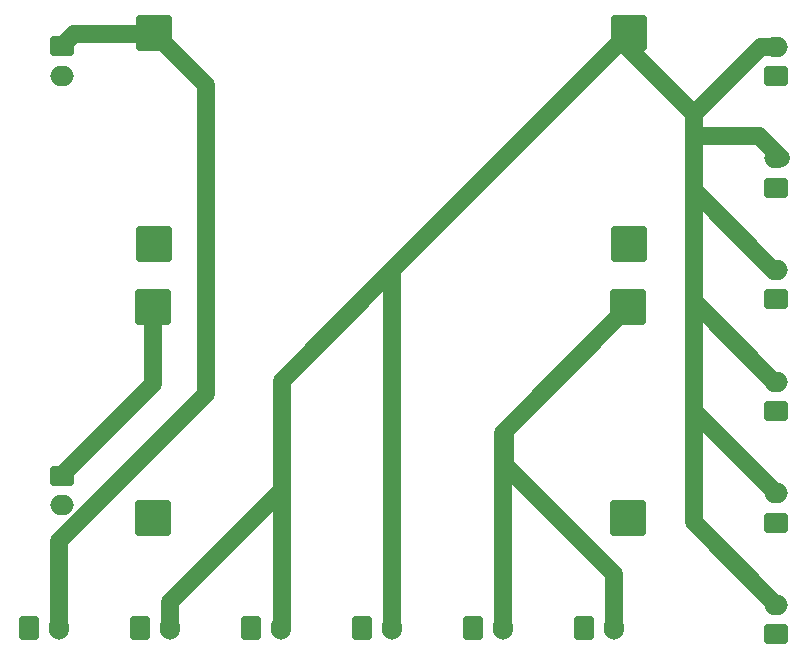
<source format=gtl>
%TF.GenerationSoftware,KiCad,Pcbnew,9.0.2*%
%TF.CreationDate,2025-07-07T17:51:17-07:00*%
%TF.ProjectId,powerBoard,706f7765-7242-46f6-9172-642e6b696361,rev?*%
%TF.SameCoordinates,Original*%
%TF.FileFunction,Copper,L1,Top*%
%TF.FilePolarity,Positive*%
%FSLAX46Y46*%
G04 Gerber Fmt 4.6, Leading zero omitted, Abs format (unit mm)*
G04 Created by KiCad (PCBNEW 9.0.2) date 2025-07-07 17:51:17*
%MOMM*%
%LPD*%
G01*
G04 APERTURE LIST*
G04 Aperture macros list*
%AMRoundRect*
0 Rectangle with rounded corners*
0 $1 Rounding radius*
0 $2 $3 $4 $5 $6 $7 $8 $9 X,Y pos of 4 corners*
0 Add a 4 corners polygon primitive as box body*
4,1,4,$2,$3,$4,$5,$6,$7,$8,$9,$2,$3,0*
0 Add four circle primitives for the rounded corners*
1,1,$1+$1,$2,$3*
1,1,$1+$1,$4,$5*
1,1,$1+$1,$6,$7*
1,1,$1+$1,$8,$9*
0 Add four rect primitives between the rounded corners*
20,1,$1+$1,$2,$3,$4,$5,0*
20,1,$1+$1,$4,$5,$6,$7,0*
20,1,$1+$1,$6,$7,$8,$9,0*
20,1,$1+$1,$8,$9,$2,$3,0*%
G04 Aperture macros list end*
%TA.AperFunction,ComponentPad*%
%ADD10O,2.000000X1.700000*%
%TD*%
%TA.AperFunction,ComponentPad*%
%ADD11RoundRect,0.250000X0.750000X-0.600000X0.750000X0.600000X-0.750000X0.600000X-0.750000X-0.600000X0*%
%TD*%
%TA.AperFunction,ComponentPad*%
%ADD12RoundRect,0.250000X-0.600000X-0.750000X0.600000X-0.750000X0.600000X0.750000X-0.600000X0.750000X0*%
%TD*%
%TA.AperFunction,ComponentPad*%
%ADD13O,1.700000X2.000000*%
%TD*%
%TA.AperFunction,ComponentPad*%
%ADD14RoundRect,0.250000X-0.750000X0.600000X-0.750000X-0.600000X0.750000X-0.600000X0.750000X0.600000X0*%
%TD*%
%TA.AperFunction,ComponentPad*%
%ADD15RoundRect,0.147638X1.352362X-1.352362X1.352362X1.352362X-1.352362X1.352362X-1.352362X-1.352362X0*%
%TD*%
%TA.AperFunction,Conductor*%
%ADD16C,1.500000*%
%TD*%
G04 APERTURE END LIST*
D10*
%TO.P,SW2,2,Pin_2*%
%TO.N,+5V*%
X78469000Y-55092000D03*
D11*
%TO.P,SW2,1,Pin_1*%
%TO.N,GND*%
X78469000Y-57592000D03*
%TD*%
%TO.P,SW6,1,Pin_1*%
%TO.N,GND*%
X78469000Y-19786000D03*
D10*
%TO.P,SW6,2,Pin_2*%
%TO.N,+5V*%
X78469000Y-17286000D03*
%TD*%
D11*
%TO.P,SW5,1,Pin_1*%
%TO.N,GND*%
X78469000Y-29242000D03*
D10*
%TO.P,SW5,2,Pin_2*%
%TO.N,+5V*%
X78469000Y-26742000D03*
%TD*%
D11*
%TO.P,SW4,1,Pin_1*%
%TO.N,GND*%
X78469000Y-38692000D03*
D10*
%TO.P,SW4,2,Pin_2*%
%TO.N,+5V*%
X78469000Y-36192000D03*
%TD*%
D11*
%TO.P,SW3,1,Pin_1*%
%TO.N,GND*%
X78469000Y-48142000D03*
D10*
%TO.P,SW3,2,Pin_2*%
%TO.N,+5V*%
X78469000Y-45642000D03*
%TD*%
D11*
%TO.P,SW1,1,Pin_1*%
%TO.N,GND*%
X78469000Y-67036000D03*
D10*
%TO.P,SW1,2,Pin_2*%
%TO.N,+5V*%
X78469000Y-64536000D03*
%TD*%
D12*
%TO.P,SG90,1,Pin_1*%
%TO.N,GND*%
X24638000Y-66548000D03*
D13*
%TO.P,SG90,2,Pin_2*%
%TO.N,+5V*%
X27138000Y-66548000D03*
%TD*%
D12*
%TO.P,HBRIDGE_2,1,Pin_1*%
%TO.N,GND*%
X62230000Y-66548000D03*
D13*
%TO.P,HBRIDGE_2,2,Pin_2*%
%TO.N,+12V*%
X64730000Y-66548000D03*
%TD*%
D12*
%TO.P,HBRIDGE_1,1,Pin_1*%
%TO.N,GND*%
X52832000Y-66548000D03*
D13*
%TO.P,HBRIDGE_1,2,Pin_2*%
%TO.N,+12V*%
X55332000Y-66548000D03*
%TD*%
D12*
%TO.P,HALLSENSOR1,1,Pin_1*%
%TO.N,GND*%
X15260000Y-66548000D03*
D13*
%TO.P,HALLSENSOR1,2,Pin_2*%
%TO.N,+9V*%
X17760000Y-66548000D03*
%TD*%
D12*
%TO.P,ESP32PWR1,1,Pin_1*%
%TO.N,GND*%
X34036000Y-66548000D03*
D13*
%TO.P,ESP32PWR1,2,Pin_2*%
%TO.N,+5V*%
X36536000Y-66548000D03*
%TD*%
D12*
%TO.P,DS3235,1,Pin_1*%
%TO.N,GND*%
X43434000Y-66548000D03*
D13*
%TO.P,DS3235,2,Pin_2*%
%TO.N,+5V*%
X45934000Y-66548000D03*
%TD*%
D14*
%TO.P,BT2,1,+*%
%TO.N,+9V*%
X18034000Y-17272000D03*
D10*
%TO.P,BT2,2,-*%
%TO.N,GND*%
X18034000Y-19772000D03*
%TD*%
D14*
%TO.P,BT1,1,+*%
%TO.N,+16V*%
X18034000Y-53634000D03*
D10*
%TO.P,BT1,2,-*%
%TO.N,GND*%
X18034000Y-56134000D03*
%TD*%
D15*
%TO.P,U2,1,VIN+*%
%TO.N,+9V*%
X25806400Y-16154400D03*
%TO.P,U2,2,VIN-*%
%TO.N,GND*%
X25806400Y-34036000D03*
%TO.P,U2,3,VOUT-*%
X66040000Y-34036000D03*
%TO.P,U2,4,VOUT+*%
%TO.N,+5V*%
X66040000Y-16154400D03*
%TD*%
%TO.P,U1,1,VIN+*%
%TO.N,+16V*%
X25755600Y-39344600D03*
%TO.P,U1,2,VIN-*%
%TO.N,GND*%
X25755600Y-57226200D03*
%TO.P,U1,3,VOUT-*%
X65989200Y-57226200D03*
%TO.P,U1,4,VOUT+*%
%TO.N,+12V*%
X65989200Y-39344600D03*
%TD*%
D16*
%TO.N,+5V*%
X36536000Y-66548000D02*
X36614000Y-66470000D01*
X36614000Y-66470000D02*
X36614000Y-54864000D01*
X66040000Y-16154400D02*
X66040000Y-17526000D01*
X66040000Y-17526000D02*
X71501000Y-22987000D01*
X78366602Y-17286000D02*
X77202000Y-17286000D01*
X77202000Y-17286000D02*
X71501000Y-22987000D01*
X71501000Y-22987000D02*
X71501000Y-24892000D01*
X78229000Y-36192000D02*
X71501000Y-29464000D01*
X71501000Y-29464000D02*
X71501000Y-28829000D01*
X78281000Y-45642000D02*
X71501000Y-38862000D01*
X71501000Y-38862000D02*
X71501000Y-38227000D01*
X78469000Y-55092000D02*
X78460000Y-55092000D01*
X78460000Y-55092000D02*
X71501000Y-48133000D01*
X71501000Y-48133000D02*
X71501000Y-47625000D01*
X71501000Y-47625000D02*
X71501000Y-57568000D01*
X71501000Y-57568000D02*
X78469000Y-64536000D01*
%TO.N,+9V*%
X17760000Y-66548000D02*
X17780000Y-66528000D01*
X17780000Y-66528000D02*
X17780000Y-59182000D01*
X17780000Y-59182000D02*
X30226000Y-46736000D01*
X30226000Y-46736000D02*
X30226000Y-20574000D01*
X30226000Y-20574000D02*
X25806400Y-16154400D01*
%TO.N,+5V*%
X27138000Y-66548000D02*
X27158000Y-66528000D01*
X27158000Y-66528000D02*
X27158000Y-64320000D01*
X27158000Y-64320000D02*
X36614000Y-54864000D01*
X45934000Y-66548000D02*
X45974000Y-66508000D01*
X45974000Y-66508000D02*
X45974000Y-36220400D01*
%TO.N,+12V*%
X64730000Y-66548000D02*
X64730000Y-61936000D01*
X64730000Y-61936000D02*
X55514000Y-52720000D01*
X55514000Y-52720000D02*
X55514000Y-49819800D01*
X55332000Y-66548000D02*
X55372000Y-66508000D01*
X55372000Y-49961800D02*
X55514000Y-49819800D01*
X55372000Y-66508000D02*
X55372000Y-49961800D01*
%TO.N,+5V*%
X36614000Y-54864000D02*
X36614000Y-45580400D01*
X45974000Y-36220400D02*
X66040000Y-16154400D01*
X78922000Y-26742000D02*
X77072000Y-24892000D01*
X71501000Y-38227000D02*
X71501000Y-47625000D01*
X71501000Y-24892000D02*
X71501000Y-28829000D01*
X77072000Y-24892000D02*
X71501000Y-24892000D01*
X71501000Y-28829000D02*
X71501000Y-38227000D01*
X36614000Y-45580400D02*
X45974000Y-36220400D01*
%TO.N,+12V*%
X55514000Y-49819800D02*
X65989200Y-39344600D01*
%TO.N,+9V*%
X19050000Y-16256000D02*
X25704800Y-16256000D01*
X18034000Y-17272000D02*
X19050000Y-16256000D01*
X25704800Y-16256000D02*
X25806400Y-16154400D01*
%TO.N,+16V*%
X25755600Y-45872400D02*
X25755600Y-39344600D01*
X18034000Y-53594000D02*
X25755600Y-45872400D01*
X18034000Y-53634000D02*
X18034000Y-53594000D01*
%TD*%
M02*

</source>
